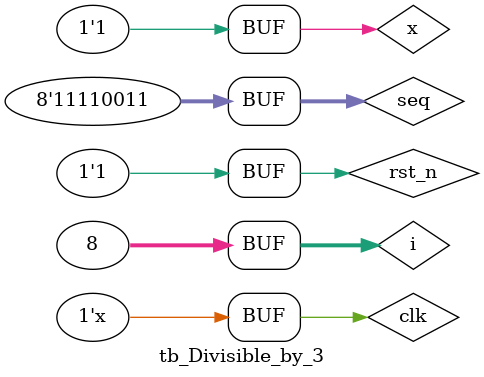
<source format=sv>
module sim;

    initial begin
        $dumpfile("dump.vcd");
        $dumpvars;
        #100
        $finish;
    end

endmodule

module tb_Divisible_by_3;

    reg x, rst_n, clk;
    reg [0:7] seq = 'b11110011;
    wire y;
    integer i;

    Divisible_by_3 ins(.x(x), .rst_n(rst_n), .clk(clk), .y(y));

    always #4 clk = ~clk;

    initial begin
        clk = 1'b0;
        rst_n = 1'b1;
        x = 1'b0;
        #6
        rst_n = 1'b0;
        #2
        rst_n = 1'b1;

        for (i = 0; i < 8; i++)
            #8
            x = seq[i];
    end

endmodule

</source>
